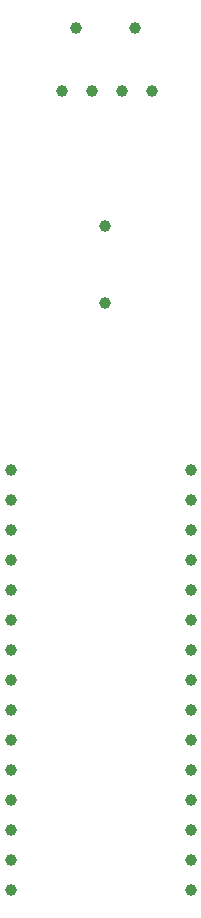
<source format=gbr>
%TF.GenerationSoftware,KiCad,Pcbnew,8.0.0*%
%TF.CreationDate,2024-07-08T18:04:08+10:00*%
%TF.ProjectId,Ardi,41726469-2e6b-4696-9361-645f70636258,A*%
%TF.SameCoordinates,Original*%
%TF.FileFunction,Plated,1,2,PTH,Drill*%
%TF.FilePolarity,Positive*%
%FSLAX46Y46*%
G04 Gerber Fmt 4.6, Leading zero omitted, Abs format (unit mm)*
G04 Created by KiCad (PCBNEW 8.0.0) date 2024-07-08 18:04:08*
%MOMM*%
%LPD*%
G01*
G04 APERTURE LIST*
%TA.AperFunction,ComponentDrill*%
%ADD10C,1.000000*%
%TD*%
G04 APERTURE END LIST*
D10*
%TO.C,A1*%
X127000000Y-105450000D03*
X127000000Y-107990000D03*
X127000000Y-110530000D03*
X127000000Y-113070000D03*
X127000000Y-115610000D03*
X127000000Y-118150000D03*
X127000000Y-120690000D03*
X127000000Y-123230000D03*
X127000000Y-125770000D03*
X127000000Y-128310000D03*
X127000000Y-130850000D03*
X127000000Y-133390000D03*
X127000000Y-135930000D03*
X127000000Y-138470000D03*
X127000000Y-141010000D03*
%TO.C,U1*%
X131380000Y-73300000D03*
%TO.C,P1*%
X132500000Y-68000000D03*
%TO.C,U1*%
X133920000Y-73300000D03*
%TO.C,LS1*%
X135000000Y-84750000D03*
X135000000Y-91250000D03*
%TO.C,U1*%
X136460000Y-73300000D03*
%TO.C,P1*%
X137500000Y-68000000D03*
%TO.C,U1*%
X139000000Y-73300000D03*
%TO.C,A1*%
X142240000Y-105450000D03*
X142240000Y-107990000D03*
X142240000Y-110530000D03*
X142240000Y-113070000D03*
X142240000Y-115610000D03*
X142240000Y-118150000D03*
X142240000Y-120690000D03*
X142240000Y-123230000D03*
X142240000Y-125770000D03*
X142240000Y-128310000D03*
X142240000Y-130850000D03*
X142240000Y-133390000D03*
X142240000Y-135930000D03*
X142240000Y-138470000D03*
X142240000Y-141010000D03*
M02*

</source>
